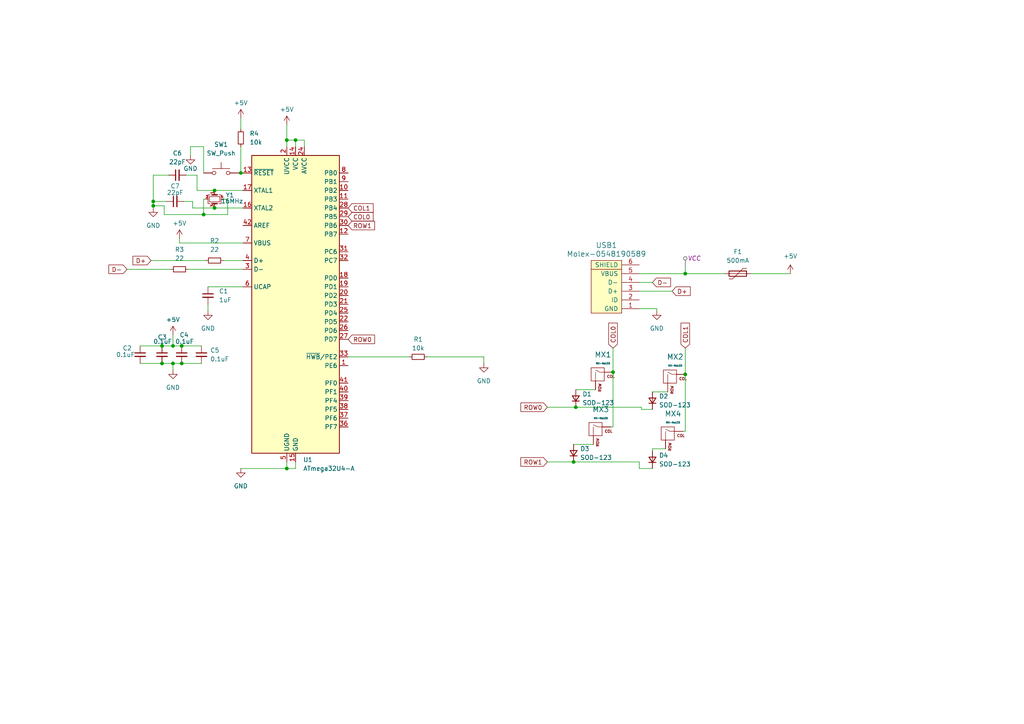
<source format=kicad_sch>
(kicad_sch (version 20230121) (generator eeschema)
  (paper "A4")
  (lib_symbols
    (symbol "Device:C_Small" (pin_numbers hide) (pin_names (offset 0.254) hide)
      (property "Reference" "C" (at 0.254 1.778 0))
      (property "Value" "C_Small" (at 0.254 -2.032 0))
      (symbol "C_Small_0_1"
        (polyline (pts (xy -1.524 -0.508) (xy 1.524 -0.508)) (stroke (width 0.3302)))
        (polyline (pts (xy -1.524 0.508) (xy 1.524 0.508)) (stroke (width 0.3048)))
      )
      (symbol "C_Small_1_1"
        (pin passive line (at 0 2.54 270) (length 2.032) (name "~") (number "1"))
        (pin passive line (at 0 -2.54 90) (length 2.032) (name "~") (number "2"))
      )
    )
    (symbol "Device:Crystal_GND24_Small" (pin_names (offset 1.016) hide)
      (property "Reference" "Y" (at 1.27 4.445 0))
      (property "Value" "Crystal_GND24_Small" (at 1.27 2.54 0))
      (symbol "Crystal_GND24_Small_0_1"
        (rectangle (start -0.762 -1.524) (end 0.762 1.524))
        (polyline (pts (xy -1.27 -0.762) (xy -1.27 0.762)) (stroke (width 0.381)))
        (polyline (pts (xy 1.27 -0.762) (xy 1.27 0.762)) (stroke (width 0.381)))
        (polyline (pts (xy -1.27 -1.27) (xy -1.27 -1.905) (xy 1.27 -1.905) (xy 1.27 -1.27)))
        (polyline (pts (xy -1.27 1.27) (xy -1.27 1.905) (xy 1.27 1.905) (xy 1.27 1.27)))
      )
      (symbol "Crystal_GND24_Small_1_1"
        (pin passive line (at -2.54 0 0) (length 1.27) (name "1") (number "1"))
        (pin passive line (at 0 -2.54 90) (length 0.635) (name "2") (number "2"))
        (pin passive line (at 2.54 0 180) (length 1.27) (name "3") (number "3"))
        (pin passive line (at 0 2.54 270) (length 0.635) (name "4") (number "4"))
      )
    )
    (symbol "Device:D_Small" (pin_numbers hide) (pin_names (offset 0.254) hide)
      (property "Reference" "D" (at -1.27 2.032 0))
      (property "Value" "D_Small" (at -3.81 -2.032 0))
      (symbol "D_Small_0_1"
        (polyline (pts (xy -0.762 -1.016) (xy -0.762 1.016)) (stroke (width 0.254)))
        (polyline (pts (xy -0.762 0) (xy 0.762 0)))
        (polyline (pts (xy 0.762 -1.016) (xy -0.762 0) (xy 0.762 1.016) (xy 0.762 -1.016)) (stroke (width 0.254)))
      )
      (symbol "D_Small_1_1"
        (pin passive line (at -2.54 0 0) (length 1.778) (name "K") (number "1"))
        (pin passive line (at 2.54 0 180) (length 1.778) (name "A") (number "2"))
      )
    )
    (symbol "Device:Polyfuse" (pin_numbers hide) (pin_names (offset 0))
      (property "Reference" "F" (at -2.54 0 90))
      (property "Value" "Polyfuse" (at 2.54 0 90))
      (symbol "Polyfuse_0_1"
        (rectangle (start -0.762 2.54) (end 0.762 -2.54) (stroke (width 0.254)))
        (polyline (pts (xy 0 2.54) (xy 0 -2.54)))
        (polyline (pts (xy -1.524 2.54) (xy -1.524 1.524) (xy 1.524 -1.524) (xy 1.524 -2.54)))
      )
      (symbol "Polyfuse_1_1"
        (pin passive line (at 0 3.81 270) (length 1.27) (name "~") (number "1"))
        (pin passive line (at 0 -3.81 90) (length 1.27) (name "~") (number "2"))
      )
    )
    (symbol "Device:R_Small" (pin_numbers hide) (pin_names (offset 0.254) hide)
      (property "Reference" "R" (at 0.762 0.508 0))
      (property "Value" "R_Small" (at 0.762 -1.016 0))
      (symbol "R_Small_0_1"
        (rectangle (start -0.762 1.778) (end 0.762 -1.778) (stroke (width 0.2032)))
      )
      (symbol "R_Small_1_1"
        (pin passive line (at 0 2.54 270) (length 0.762) (name "~") (number "1"))
        (pin passive line (at 0 -2.54 90) (length 0.762) (name "~") (number "2"))
      )
    )
    (symbol "MCU_Microchip_ATmega:ATmega32U4-A"
      (property "Reference" "U" (at -12.7 44.45 0))
      (property "Value" "ATmega32U4-A" (at 2.54 -44.45 0))
      (symbol "ATmega32U4-A_0_1"
        (rectangle (start -12.7 -43.18) (end 12.7 43.18) (stroke (width 0.254)) (fill (type background)))
      )
      (symbol "ATmega32U4-A_1_1"
        (pin bidirectional line (at 15.24 -17.78 180) (length 2.54) (name "PE6") (number "1"))
        (pin bidirectional line (at 15.24 33.02 180) (length 2.54) (name "PB2") (number "10"))
        (pin bidirectional line (at 15.24 30.48 180) (length 2.54) (name "PB3") (number "11"))
        (pin bidirectional line (at 15.24 20.32 180) (length 2.54) (name "PB7") (number "12"))
        (pin input line (at -15.24 38.1 0) (length 2.54) (name "~{RESET}") (number "13"))
        (pin power_in line (at 0 45.72 270) (length 2.54) (name "VCC") (number "14"))
        (pin power_in line (at 0 -45.72 90) (length 2.54) (name "GND") (number "15"))
        (pin output line (at -15.24 27.94 0) (length 2.54) (name "XTAL2") (number "16"))
        (pin input line (at -15.24 33.02 0) (length 2.54) (name "XTAL1") (number "17"))
        (pin bidirectional line (at 15.24 7.62 180) (length 2.54) (name "PD0") (number "18"))
        (pin bidirectional line (at 15.24 5.08 180) (length 2.54) (name "PD1") (number "19"))
        (pin power_in line (at -2.54 45.72 270) (length 2.54) (name "UVCC") (number "2"))
        (pin bidirectional line (at 15.24 2.54 180) (length 2.54) (name "PD2") (number "20"))
        (pin bidirectional line (at 15.24 0 180) (length 2.54) (name "PD3") (number "21"))
        (pin bidirectional line (at 15.24 -5.08 180) (length 2.54) (name "PD5") (number "22"))
        (pin passive line (at 0 -45.72 90) (length 2.54) hide (name "GND") (number "23"))
        (pin power_in line (at 2.54 45.72 270) (length 2.54) (name "AVCC") (number "24"))
        (pin bidirectional line (at 15.24 -2.54 180) (length 2.54) (name "PD4") (number "25"))
        (pin bidirectional line (at 15.24 -7.62 180) (length 2.54) (name "PD6") (number "26"))
        (pin bidirectional line (at 15.24 -10.16 180) (length 2.54) (name "PD7") (number "27"))
        (pin bidirectional line (at 15.24 27.94 180) (length 2.54) (name "PB4") (number "28"))
        (pin bidirectional line (at 15.24 25.4 180) (length 2.54) (name "PB5") (number "29"))
        (pin bidirectional line (at -15.24 10.16 0) (length 2.54) (name "D-") (number "3"))
        (pin bidirectional line (at 15.24 22.86 180) (length 2.54) (name "PB6") (number "30"))
        (pin bidirectional line (at 15.24 15.24 180) (length 2.54) (name "PC6") (number "31"))
        (pin bidirectional line (at 15.24 12.7 180) (length 2.54) (name "PC7") (number "32"))
        (pin bidirectional line (at 15.24 -15.24 180) (length 2.54) (name "~{HWB}/PE2") (number "33"))
        (pin passive line (at 0 45.72 270) (length 2.54) hide (name "VCC") (number "34"))
        (pin passive line (at 0 -45.72 90) (length 2.54) hide (name "GND") (number "35"))
        (pin bidirectional line (at 15.24 -35.56 180) (length 2.54) (name "PF7") (number "36"))
        (pin bidirectional line (at 15.24 -33.02 180) (length 2.54) (name "PF6") (number "37"))
        (pin bidirectional line (at 15.24 -30.48 180) (length 2.54) (name "PF5") (number "38"))
        (pin bidirectional line (at 15.24 -27.94 180) (length 2.54) (name "PF4") (number "39"))
        (pin bidirectional line (at -15.24 12.7 0) (length 2.54) (name "D+") (number "4"))
        (pin bidirectional line (at 15.24 -25.4 180) (length 2.54) (name "PF1") (number "40"))
        (pin bidirectional line (at 15.24 -22.86 180) (length 2.54) (name "PF0") (number "41"))
        (pin passive line (at -15.24 22.86 0) (length 2.54) (name "AREF") (number "42"))
        (pin passive line (at 0 -45.72 90) (length 2.54) hide (name "GND") (number "43"))
        (pin passive line (at 2.54 45.72 270) (length 2.54) hide (name "AVCC") (number "44"))
        (pin passive line (at -2.54 -45.72 90) (length 2.54) (name "UGND") (number "5"))
        (pin passive line (at -15.24 5.08 0) (length 2.54) (name "UCAP") (number "6"))
        (pin input line (at -15.24 17.78 0) (length 2.54) (name "VBUS") (number "7"))
        (pin bidirectional line (at 15.24 38.1 180) (length 2.54) (name "PB0") (number "8"))
        (pin bidirectional line (at 15.24 35.56 180) (length 2.54) (name "PB1") (number "9"))
      )
    )
    (symbol "MX_Alps_Hybrid:MX-NoLED" (pin_names (offset 1.016))
      (property "Reference" "MX" (at -0.635 3.81 0))
      (property "Value" "MX-NoLED" (at -0.635 1.27 0))
      (symbol "MX-NoLED_0_0"
        (rectangle (start -2.54 2.54) (end 1.27 -1.27))
        (polyline (pts (xy -1.27 -1.27) (xy -1.27 1.27)) (stroke (width 0.127)))
        (polyline (pts (xy 1.27 1.27) (xy 0 1.27) (xy -1.27 1.905)) (stroke (width 0.127)))
        (text "COL" (at 3.175 0 0) (effects (font (size 0.762 0.762))))
        (text "ROW" (at 0 -1.905 900) (effects (font (size 0.762 0.762)) (justify right)))
      )
      (symbol "MX-NoLED_1_1"
        (pin passive line (at 3.81 1.27 180) (length 2.54) (name "COL") (number "1"))
        (pin passive line (at -1.27 -3.81 90) (length 2.54) (name "ROW") (number "2"))
      )
    )
    (symbol "Switch:SW_Push" (pin_numbers hide) (pin_names (offset 1.016) hide)
      (property "Reference" "SW" (at 1.27 2.54 0))
      (property "Value" "SW_Push" (at 0 -1.524 0))
      (symbol "SW_Push_0_1"
        (circle (center -2.032 0) (radius 0.508))
        (polyline (pts (xy 0 1.27) (xy 0 3.048)))
        (polyline (pts (xy 2.54 1.27) (xy -2.54 1.27)))
        (circle (center 2.032 0) (radius 0.508))
        (pin passive line (at -5.08 0 0) (length 2.54) (name "1") (number "1"))
        (pin passive line (at 5.08 0 180) (length 2.54) (name "2") (number "2"))
      )
    )
    (symbol "power:+5V" (power) (pin_names (offset 0))
      (property "Value" "+5V" (at 0 3.556 0))
      (symbol "+5V_0_1"
        (polyline (pts (xy -0.762 1.27) (xy 0 2.54)))
        (polyline (pts (xy 0 0) (xy 0 2.54)))
        (polyline (pts (xy 0 2.54) (xy 0.762 1.27)))
      )
      (symbol "+5V_1_1"
        (pin power_in line (at 0 0 90) (length 0) hide (name "+5V") (number "1"))
      )
    )
    (symbol "power:GND" (power) (pin_names (offset 0))
      (property "Value" "GND" (at 0 -3.81 0))
      (symbol "GND_0_1"
        (polyline (pts (xy 0 0) (xy 0 -1.27) (xy 1.27 -1.27) (xy 0 -2.54) (xy -1.27 -1.27) (xy 0 -1.27)))
      )
      (symbol "GND_1_1"
        (pin power_in line (at 0 0 270) (length 0) hide (name "GND") (number "1"))
      )
    )
    (symbol "random-keyboard-parts:Molex-0548190589" (pin_names (offset 1.016))
      (property "Reference" "USB" (at 0 7.62 0))
      (property "Value" "Molex-0548190589" (at 0 10.16 0))
      (symbol "Molex-0548190589_0_0"
        (polyline (pts (xy 6.35 -2.54) (xy 6.35 6.35)))
        (rectangle (start 8.89 -2.54) (end -6.35 6.35) (fill (type background)))
      )
      (symbol "Molex-0548190589_1_1"
        (pin input line (at -5.08 -7.62 90) (length 5.08) (name "GND") (number "1"))
        (pin input line (at -2.54 -7.62 90) (length 5.08) (name "ID") (number "2"))
        (pin input line (at 0 -7.62 90) (length 5.08) (name "D+") (number "3"))
        (pin input line (at 2.54 -7.62 90) (length 5.08) (name "D-") (number "4"))
        (pin input line (at 5.08 -7.62 90) (length 5.08) (name "VBUS") (number "5"))
        (pin input line (at 7.62 -7.62 90) (length 5.08) (name "SHIELD") (number "6"))
      )
    )
  )
  (junction (at 44.45 58.42))
  (junction (at 83.185 40.64))
  (junction (at 167.005 118.11))
  (junction (at 59.055 62.23))
  (junction (at 85.725 40.64))
  (junction (at 50.165 105.41))
  (junction (at 46.99 105.41))
  (junction (at 46.99 100.33))
  (junction (at 50.165 100.33))
  (junction (at 166.37 133.985))
  (junction (at 62.23 60.325))
  (junction (at 83.185 135.89))
  (junction (at 62.23 55.245))
  (junction (at 177.8 107.95))
  (junction (at 44.45 59.69))
  (junction (at 69.85 50.165))
  (junction (at 198.755 108.585))
  (junction (at 198.755 79.375))
  (junction (at 52.705 105.41))
  (junction (at 52.705 100.33))
  (wire (pts (xy 185.42 81.915) (xy 189.23 81.915)))
  (wire (pts (xy 69.85 50.165) (xy 70.485 50.165)))
  (wire (pts (xy 50.165 105.41) (xy 52.705 105.41)))
  (wire (pts (xy 177.8 100.965) (xy 177.8 107.95)))
  (wire (pts (xy 48.26 58.42) (xy 44.45 58.42)))
  (wire (pts (xy 190.5 89.535) (xy 190.5 90.17)))
  (wire (pts (xy 44.45 58.42) (xy 44.45 59.69)))
  (wire (pts (xy 198.755 79.375) (xy 210.185 79.375)))
  (wire (pts (xy 62.23 55.245) (xy 57.15 55.245)))
  (wire (pts (xy 55.88 58.42) (xy 53.34 58.42)))
  (wire (pts (xy 55.245 42.545) (xy 55.245 45.085)))
  (wire (pts (xy 47.625 59.69) (xy 44.45 59.69)))
  (wire (pts (xy 140.335 103.505) (xy 140.335 105.41)))
  (wire (pts (xy 198.755 77.47) (xy 198.755 79.375)))
  (wire (pts (xy 100.965 103.505) (xy 118.745 103.505)))
  (wire (pts (xy 186.055 118.745) (xy 186.055 118.11)))
  (wire (pts (xy 66.04 57.785) (xy 66.04 62.23)))
  (wire (pts (xy 167.005 113.03) (xy 172.72 113.03)))
  (wire (pts (xy 57.15 50.8) (xy 53.975 50.8)))
  (wire (pts (xy 198.755 108.585) (xy 198.755 125.095)))
  (wire (pts (xy 83.185 40.64) (xy 83.185 42.545)))
  (wire (pts (xy 59.055 57.785) (xy 59.055 62.23)))
  (wire (pts (xy 217.805 79.375) (xy 229.235 79.375)))
  (wire (pts (xy 69.85 135.89) (xy 83.185 135.89)))
  (wire (pts (xy 62.23 55.245) (xy 70.485 55.245)))
  (wire (pts (xy 50.165 97.155) (xy 50.165 100.33)))
  (wire (pts (xy 60.325 88.265) (xy 60.325 90.17)))
  (wire (pts (xy 66.04 62.23) (xy 59.055 62.23)))
  (wire (pts (xy 52.705 100.33) (xy 58.42 100.33)))
  (wire (pts (xy 185.42 89.535) (xy 190.5 89.535)))
  (wire (pts (xy 52.07 69.215) (xy 52.07 70.485)))
  (wire (pts (xy 44.45 50.8) (xy 44.45 58.42)))
  (wire (pts (xy 69.85 42.545) (xy 69.85 50.165)))
  (wire (pts (xy 189.23 130.175) (xy 193.04 130.175)))
  (wire (pts (xy 85.725 133.985) (xy 85.725 135.89)))
  (wire (pts (xy 88.265 42.545) (xy 88.265 40.64)))
  (wire (pts (xy 186.055 118.745) (xy 189.23 118.745)))
  (wire (pts (xy 64.77 75.565) (xy 70.485 75.565)))
  (wire (pts (xy 85.725 40.64) (xy 85.725 42.545)))
  (wire (pts (xy 55.88 60.325) (xy 55.88 58.42)))
  (wire (pts (xy 198.755 100.965) (xy 198.755 108.585)))
  (wire (pts (xy 83.185 135.89) (xy 83.185 133.985)))
  (wire (pts (xy 83.185 36.195) (xy 83.185 40.64)))
  (wire (pts (xy 52.07 70.485) (xy 70.485 70.485)))
  (wire (pts (xy 46.99 100.33) (xy 50.165 100.33)))
  (wire (pts (xy 166.37 128.905) (xy 172.085 128.905)))
  (wire (pts (xy 62.23 60.325) (xy 55.88 60.325)))
  (wire (pts (xy 59.69 57.785) (xy 59.055 57.785)))
  (wire (pts (xy 59.055 62.23) (xy 47.625 62.23)))
  (wire (pts (xy 59.055 50.165) (xy 59.055 42.545)))
  (wire (pts (xy 189.23 130.81) (xy 189.23 130.175)))
  (wire (pts (xy 177.8 123.825) (xy 177.165 123.825)))
  (wire (pts (xy 50.165 105.41) (xy 50.165 107.315)))
  (wire (pts (xy 166.37 133.985) (xy 185.42 133.985)))
  (wire (pts (xy 40.64 100.33) (xy 46.99 100.33)))
  (wire (pts (xy 48.895 50.8) (xy 44.45 50.8)))
  (wire (pts (xy 158.75 118.11) (xy 167.005 118.11)))
  (wire (pts (xy 167.005 118.11) (xy 186.055 118.11)))
  (wire (pts (xy 43.815 75.565) (xy 59.69 75.565)))
  (wire (pts (xy 185.42 79.375) (xy 198.755 79.375)))
  (wire (pts (xy 123.825 103.505) (xy 140.335 103.505)))
  (wire (pts (xy 62.23 60.325) (xy 70.485 60.325)))
  (wire (pts (xy 47.625 62.23) (xy 47.625 59.69)))
  (wire (pts (xy 185.42 84.455) (xy 194.945 84.455)))
  (wire (pts (xy 57.15 55.245) (xy 57.15 50.8)))
  (wire (pts (xy 64.77 57.785) (xy 66.04 57.785)))
  (wire (pts (xy 46.99 105.41) (xy 50.165 105.41)))
  (wire (pts (xy 158.75 133.985) (xy 166.37 133.985)))
  (wire (pts (xy 88.265 40.64) (xy 85.725 40.64)))
  (wire (pts (xy 44.45 59.69) (xy 44.45 60.325)))
  (wire (pts (xy 69.215 50.165) (xy 69.85 50.165)))
  (wire (pts (xy 59.055 42.545) (xy 55.245 42.545)))
  (wire (pts (xy 185.42 135.89) (xy 189.23 135.89)))
  (wire (pts (xy 85.725 40.64) (xy 83.185 40.64)))
  (wire (pts (xy 52.705 105.41) (xy 58.42 105.41)))
  (wire (pts (xy 40.64 105.41) (xy 46.99 105.41)))
  (wire (pts (xy 189.23 113.665) (xy 193.675 113.665)))
  (wire (pts (xy 85.725 135.89) (xy 83.185 135.89)))
  (wire (pts (xy 198.755 125.095) (xy 198.12 125.095)))
  (wire (pts (xy 185.42 135.89) (xy 185.42 133.985)))
  (wire (pts (xy 54.61 78.105) (xy 70.485 78.105)))
  (wire (pts (xy 177.8 107.95) (xy 177.8 123.825)))
  (wire (pts (xy 50.165 100.33) (xy 52.705 100.33)))
  (wire (pts (xy 36.83 78.105) (xy 49.53 78.105)))
  (wire (pts (xy 60.325 83.185) (xy 70.485 83.185)))
  (wire (pts (xy 69.85 34.29) (xy 69.85 37.465)))
  (global_label "COL1" (shape input) (at 100.965 60.325 0) (property "Intersheetrefs" "${INTERSHEET_REFS}" (effects hide)))
  (global_label "D+" (shape input) (at 43.815 75.565 180) (property "Intersheetrefs" "${INTERSHEET_REFS}" (effects hide)))
  (global_label "COL1" (shape input) (at 198.755 100.965 90) (property "Intersheetrefs" "${INTERSHEET_REFS}" (effects hide)))
  (global_label "D-" (shape input) (at 36.83 78.105 180) (property "Intersheetrefs" "${INTERSHEET_REFS}" (effects hide)))
  (global_label "D-" (shape input) (at 189.23 81.915 0) (property "Intersheetrefs" "${INTERSHEET_REFS}" (effects hide)))
  (global_label "ROW1" (shape input) (at 100.965 65.405 0) (property "Intersheetrefs" "${INTERSHEET_REFS}" (effects hide)))
  (global_label "ROW0" (shape input) (at 100.965 98.425 0) (property "Intersheetrefs" "${INTERSHEET_REFS}" (effects hide)))
  (global_label "D+" (shape input) (at 194.945 84.455 0) (property "Intersheetrefs" "${INTERSHEET_REFS}" (effects hide)))
  (global_label "ROW0" (shape input) (at 158.75 118.11 180) (property "Intersheetrefs" "${INTERSHEET_REFS}" (effects hide)))
  (global_label "COL0" (shape input) (at 100.965 62.865 0) (property "Intersheetrefs" "${INTERSHEET_REFS}" (effects hide)))
  (global_label "COL0" (shape input) (at 177.8 100.965 90) (property "Intersheetrefs" "${INTERSHEET_REFS}" (effects hide)))
  (global_label "ROW1" (shape input) (at 158.75 133.985 180) (property "Intersheetrefs" "${INTERSHEET_REFS}" (effects hide)))
  (netclass_flag "" (length 2.54) (shape round) (at 198.755 77.47 0) (property "Netclass" "VCC" (at 199.4535 74.93 0) (effects (font italic) (justify left))))
  (symbol (lib_id "Device:Crystal_GND24_Small") (at 62.23 57.785 270) (unit 1)
    (property "Reference" "Y1" (at 66.675 55.88 90) (effects (justify top)))
    (property "Value" "16MHz" (at 67.31 59.055 90) (effects (justify bottom)))
    (property "Footprint" "Crystal:Crystal_SMD_3225-4Pin_3.2x2.5mm" (effects hide))
  )
  (symbol (lib_id "power:+5V") (at 69.85 34.29 0) (unit 1)
    (property "Reference" "#PWR010" (effects hide))
    (property "Value" "+5V" (at 69.85 29.845 0))
  )
  (symbol (lib_id "power:+5V") (at 52.07 69.215 0) (unit 1)
    (property "Reference" "#PWR07" (effects hide))
    (property "Value" "+5V" (at 52.07 64.77 0))
  )
  (symbol (lib_id "power:GND") (at 55.245 45.085 0) (unit 1)
    (property "Reference" "#PWR09" (effects hide))
    (property "Value" "GND" (at 55.245 48.895 0))
  )
  (symbol (lib_id "Device:C_Small") (at 52.705 102.87 0) (unit 1)
    (property "Reference" "C4" (at 52.07 97.155 0) (effects (justify left)))
    (property "Value" "0.1uF" (at 50.8 99.06 0) (effects (justify left)))
    (property "Footprint" "Capacitor_SMD:C_0805_2012Metric" (effects hide))
  )
  (symbol (lib_id "MCU_Microchip_ATmega:ATmega32U4-A") (at 85.725 88.265 0) (unit 1)
    (property "Reference" "U1" (at 87.9191 133.35 0) (effects (justify left)))
    (property "Value" "ATmega32U4-A" (at 87.9191 135.89 0) (effects (justify left)))
    (property "Footprint" "Package_QFP:TQFP-44_10x10mm_P0.8mm" (effects hide))
    (property "Datasheet" "http://ww1.microchip.com/downloads/en/DeviceDoc/Atmel-7766-8-bit-AVR-ATmega16U4-32U4_Datasheet.pdf" (effects hide))
  )
  (symbol (lib_id "MX_Alps_Hybrid:MX-NoLED") (at 194.945 109.855 0) (unit 1)
    (property "Reference" "MX2" (at 195.8402 103.505 0) (effects (font (size 1.524 1.524))))
    (property "Value" "MX-NoLED" (at 195.8402 106.045 0) (effects (font (size 0.508 0.508))))
    (property "Footprint" "MX_Alps_Hybrid:MX-1U-NoLED" (effects hide))
  )
  (symbol (lib_id "Device:C_Small") (at 58.42 102.87 0) (unit 1)
    (property "Reference" "C5" (at 60.96 101.6063 0) (effects (justify left)))
    (property "Value" "0.1uF" (at 60.96 104.1463 0) (effects (justify left)))
    (property "Footprint" "Capacitor_SMD:C_0805_2012Metric" (effects hide))
  )
  (symbol (lib_id "Device:C_Small") (at 60.325 85.725 0) (unit 1)
    (property "Reference" "C1" (at 63.5 84.4613 0) (effects (justify left)))
    (property "Value" "1uF" (at 63.5 87.0013 0) (effects (justify left)))
    (property "Footprint" "Capacitor_SMD:C_0805_2012Metric" (effects hide))
  )
  (symbol (lib_id "MX_Alps_Hybrid:MX-NoLED") (at 194.31 126.365 0) (unit 1)
    (property "Reference" "MX4" (at 195.2052 120.015 0) (effects (font (size 1.524 1.524))))
    (property "Value" "MX-NoLED" (at 195.2052 122.555 0) (effects (font (size 0.508 0.508))))
    (property "Footprint" "MX_Alps_Hybrid:MX-1U-NoLED" (effects hide))
  )
  (symbol (lib_id "power:+5V") (at 50.165 97.155 0) (unit 1)
    (property "Reference" "#PWR06" (effects hide))
    (property "Value" "+5V" (at 50.165 92.71 0))
  )
  (symbol (lib_id "power:+5V") (at 229.235 79.375 0) (unit 1)
    (property "Reference" "#PWR011" (effects hide))
    (property "Value" "+5V" (at 229.235 74.295 0))
  )
  (symbol (lib_id "Device:C_Small") (at 40.64 102.87 0) (unit 1)
    (property "Reference" "C2" (at 35.56 100.965 0) (effects (justify left)))
    (property "Value" "0.1uF" (at 33.655 102.87 0) (effects (justify left)))
    (property "Footprint" "Capacitor_SMD:C_0805_2012Metric" (effects hide))
  )
  (symbol (lib_id "MX_Alps_Hybrid:MX-NoLED") (at 173.99 109.22 0) (unit 1)
    (property "Reference" "MX1" (at 174.8852 102.87 0) (effects (font (size 1.524 1.524))))
    (property "Value" "MX-NoLED" (at 174.8852 105.41 0) (effects (font (size 0.508 0.508))))
    (property "Footprint" "MX_Alps_Hybrid:MX-1U-NoLED" (effects hide))
  )
  (symbol (lib_id "power:GND") (at 190.5 90.17 0) (unit 1)
    (property "Reference" "#PWR012" (effects hide))
    (property "Value" "GND" (at 190.5 95.25 0))
  )
  (symbol (lib_id "Device:Polyfuse") (at 213.995 79.375 90) (unit 1)
    (property "Reference" "F1" (at 213.995 73.025 90))
    (property "Value" "500mA" (at 213.995 75.565 90))
    (property "Footprint" "Fuse:Fuse_1206_3216Metric" (effects hide))
  )
  (symbol (lib_id "Device:R_Small") (at 69.85 40.005 0) (unit 1)
    (property "Reference" "R4" (at 72.39 38.735 0) (effects (justify left)))
    (property "Value" "10k" (at 72.39 41.275 0) (effects (justify left)))
    (property "Footprint" "Resistor_SMD:R_0805_2012Metric" (effects hide))
  )
  (symbol (lib_id "MX_Alps_Hybrid:MX-NoLED") (at 173.355 125.095 0) (unit 1)
    (property "Reference" "MX3" (at 174.2502 118.745 0) (effects (font (size 1.524 1.524))))
    (property "Value" "MX-NoLED" (at 174.2502 121.285 0) (effects (font (size 0.508 0.508))))
    (property "Footprint" "MX_Alps_Hybrid:MX-1U-NoLED" (effects hide))
  )
  (symbol (lib_id "Device:R_Small") (at 52.07 78.105 90) (unit 1)
    (property "Reference" "R3" (at 52.07 72.39 90))
    (property "Value" "22" (at 52.07 74.93 90))
    (property "Footprint" "Resistor_SMD:R_0805_2012Metric" (effects hide))
  )
  (symbol (lib_id "power:GND") (at 60.325 90.17 0) (unit 1)
    (property "Reference" "#PWR04" (effects hide))
    (property "Value" "GND" (at 60.325 95.25 0))
  )
  (symbol (lib_id "Device:D_Small") (at 189.23 133.35 90) (unit 1)
    (property "Reference" "D4" (at 191.135 132.08 90) (effects (justify right)))
    (property "Value" "SOD-123" (at 191.135 134.62 90) (effects (justify right)))
    (property "Footprint" "Diode_SMD:D_SOD-123" (effects hide))
    (property "Sim.Device" "D" (effects hide))
    (property "Sim.Pins" "1=K 2=A" (effects hide))
  )
  (symbol (lib_id "Device:C_Small") (at 51.435 50.8 90) (unit 1)
    (property "Reference" "C6" (at 51.4413 44.45 90))
    (property "Value" "22pF" (at 51.4413 46.99 90))
    (property "Footprint" "Capacitor_SMD:C_0805_2012Metric" (effects hide))
  )
  (symbol (lib_id "power:+5V") (at 83.185 36.195 0) (unit 1)
    (property "Reference" "#PWR01" (effects hide))
    (property "Value" "+5V" (at 83.185 31.75 0))
  )
  (symbol (lib_id "power:GND") (at 69.85 135.89 0) (unit 1)
    (property "Reference" "#PWR02" (effects hide))
    (property "Value" "GND" (at 69.85 140.97 0))
  )
  (symbol (lib_id "Device:R_Small") (at 62.23 75.565 90) (unit 1)
    (property "Reference" "R2" (at 62.23 69.85 90))
    (property "Value" "22" (at 62.23 72.39 90))
    (property "Footprint" "Resistor_SMD:R_0805_2012Metric" (effects hide))
  )
  (symbol (lib_id "Device:C_Small") (at 46.99 102.87 0) (unit 1)
    (property "Reference" "C3" (at 45.72 97.79 0) (effects (justify left)))
    (property "Value" "0.1uF" (at 44.45 99.06 0) (effects (justify left)))
    (property "Footprint" "Capacitor_SMD:C_0805_2012Metric" (effects hide))
  )
  (symbol (lib_id "power:GND") (at 50.165 107.315 0) (unit 1)
    (property "Reference" "#PWR05" (effects hide))
    (property "Value" "GND" (at 50.165 112.395 0))
  )
  (symbol (lib_id "Device:D_Small") (at 166.37 131.445 90) (unit 1)
    (property "Reference" "D3" (at 168.275 130.175 90) (effects (justify right)))
    (property "Value" "SOD-123" (at 168.275 132.715 90) (effects (justify right)))
    (property "Footprint" "Diode_SMD:D_SOD-123" (effects hide))
    (property "Sim.Device" "D" (effects hide))
    (property "Sim.Pins" "1=K 2=A" (effects hide))
  )
  (symbol (lib_id "Device:R_Small") (at 121.285 103.505 90) (unit 1)
    (property "Reference" "R1" (at 121.285 98.425 90))
    (property "Value" "10k" (at 121.285 100.965 90))
    (property "Footprint" "Resistor_SMD:R_0805_2012Metric" (effects hide))
  )
  (symbol (lib_id "Switch:SW_Push") (at 64.135 50.165 0) (unit 1)
    (property "Reference" "SW1" (at 64.135 41.91 0))
    (property "Value" "SW_Push" (at 64.135 44.45 0))
    (property "Footprint" "random-keyboard-parts:SKQG-1155865" (effects hide))
  )
  (symbol (lib_id "Device:C_Small") (at 50.8 58.42 90) (unit 1)
    (property "Reference" "C7" (at 50.8 53.975 90))
    (property "Value" "22pF" (at 50.8 55.88 90))
    (property "Footprint" "Capacitor_SMD:C_0805_2012Metric" (effects hide))
  )
  (symbol (lib_id "power:GND") (at 140.335 105.41 0) (unit 1)
    (property "Reference" "#PWR03" (effects hide))
    (property "Value" "GND" (at 140.335 110.49 0))
  )
  (symbol (lib_id "random-keyboard-parts:Molex-0548190589") (at 177.8 84.455 90) (unit 1)
    (property "Reference" "USB1" (at 175.895 71.12 90) (effects (font (size 1.524 1.524))))
    (property "Value" "Molex-0548190589" (at 175.895 73.66 90) (effects (font (size 1.524 1.524))))
    (property "Footprint" "random-keyboard-parts:Molex-0548190589" (effects hide))
  )
  (symbol (lib_id "Device:D_Small") (at 189.23 116.205 90) (unit 1)
    (property "Reference" "D2" (at 191.135 114.935 90) (effects (justify right)))
    (property "Value" "SOD-123" (at 191.135 117.475 90) (effects (justify right)))
    (property "Footprint" "Diode_SMD:D_SOD-123" (effects hide))
    (property "Sim.Device" "D" (effects hide))
    (property "Sim.Pins" "1=K 2=A" (effects hide))
  )
  (symbol (lib_id "power:GND") (at 44.45 60.325 0) (unit 1)
    (property "Reference" "#PWR08" (effects hide))
    (property "Value" "GND" (at 44.45 65.405 0))
  )
  (symbol (lib_id "Device:D_Small") (at 167.005 115.57 90) (unit 1)
    (property "Reference" "D1" (at 168.91 114.3 90) (effects (justify right)))
    (property "Value" "SOD-123" (at 168.91 116.84 90) (effects (justify right)))
    (property "Footprint" "Diode_SMD:D_SOD-123" (effects hide))
    (property "Sim.Device" "D" (effects hide))
    (property "Sim.Pins" "1=K 2=A" (effects hide))
  )
)
</source>
